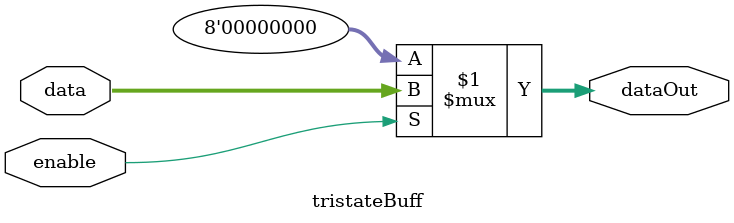
<source format=v>
module tristateBuff(	// file.cleaned.mlir:2:3
  input  [7:0] data,	// file.cleaned.mlir:2:30
  input        enable,	// file.cleaned.mlir:2:45
  output [7:0] dataOut	// file.cleaned.mlir:2:63
);

  assign dataOut = enable ? data : 8'h0;	// file.cleaned.mlir:3:14, :4:10, :5:5
endmodule


</source>
